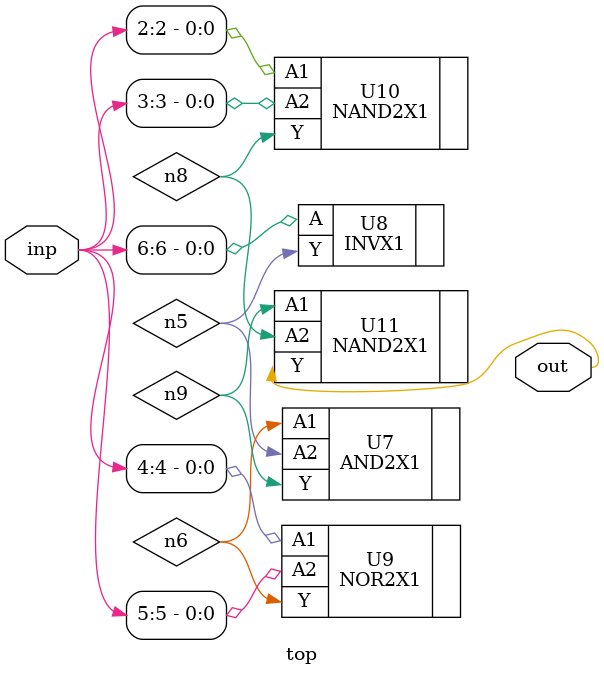
<source format=sv>


module top ( inp, out );
  input [6:0] inp;
  output out;
  wire   n5, n6, n8, n9;

  AND2X1 U7 ( .A1(n6), .A2(n5), .Y(n9) );
  INVX1 U8 ( .A(inp[6]), .Y(n5) );
  NOR2X1 U9 ( .A1(inp[4]), .A2(inp[5]), .Y(n6) );
  NAND2X1 U10 ( .A1(inp[2]), .A2(inp[3]), .Y(n8) );
  NAND2X1 U11 ( .A1(n9), .A2(n8), .Y(out) );
endmodule


</source>
